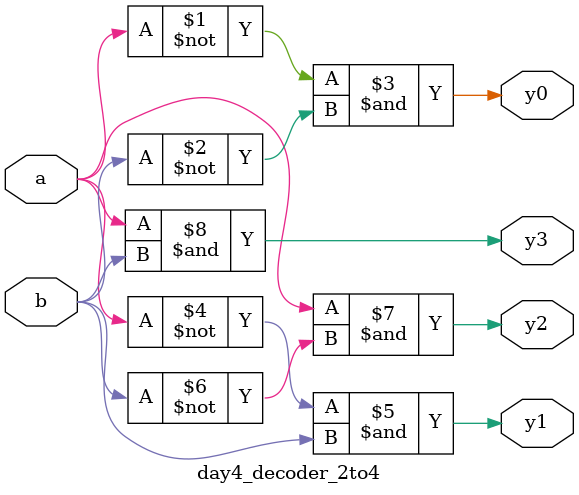
<source format=v>
`timescale 1ns / 1ps


module day4_decoder_2to4(
    input a,
    input b,
    output y0,
    output y1,
    output y2,
    output y3
    );
    
    assign y0 = (~a)&(~b);
    assign y1 = (~a)&(b);
    assign y2 = (a)&(~b);
    assign y3 = (a)&(b);
    
endmodule

</source>
